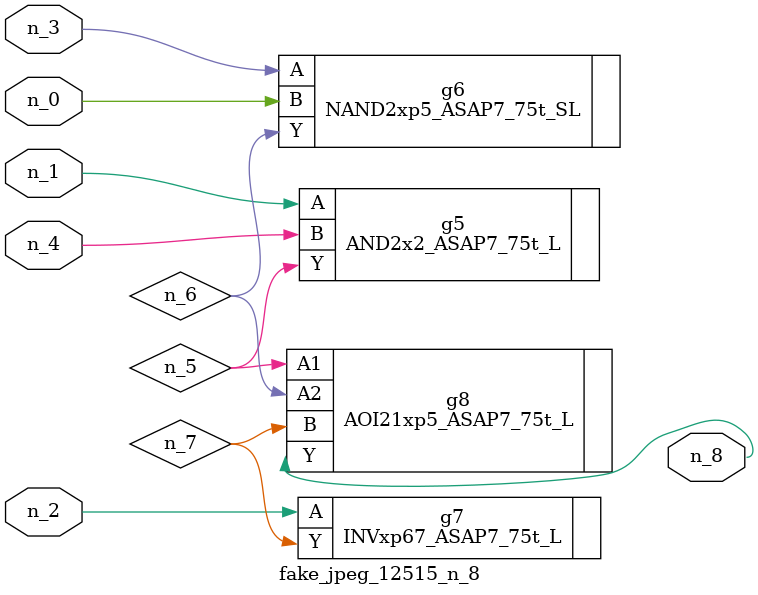
<source format=v>
module fake_jpeg_12515_n_8 (n_3, n_2, n_1, n_0, n_4, n_8);

input n_3;
input n_2;
input n_1;
input n_0;
input n_4;

output n_8;

wire n_6;
wire n_5;
wire n_7;

AND2x2_ASAP7_75t_L g5 ( 
.A(n_1),
.B(n_4),
.Y(n_5)
);

NAND2xp5_ASAP7_75t_SL g6 ( 
.A(n_3),
.B(n_0),
.Y(n_6)
);

INVxp67_ASAP7_75t_L g7 ( 
.A(n_2),
.Y(n_7)
);

AOI21xp5_ASAP7_75t_L g8 ( 
.A1(n_5),
.A2(n_6),
.B(n_7),
.Y(n_8)
);


endmodule
</source>
